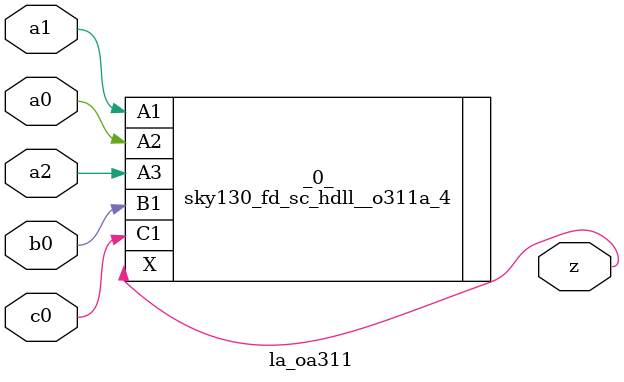
<source format=v>

/* Generated by Yosys 0.37 (git sha1 a5c7f69ed, clang 14.0.0-1ubuntu1.1 -fPIC -Os) */

module la_oa311(a0, a1, a2, b0, c0, z);
  input a0;
  wire a0;
  input a1;
  wire a1;
  input a2;
  wire a2;
  input b0;
  wire b0;
  input c0;
  wire c0;
  output z;
  wire z;
  sky130_fd_sc_hdll__o311a_4 _0_ (
    .A1(a1),
    .A2(a0),
    .A3(a2),
    .B1(b0),
    .C1(c0),
    .X(z)
  );
endmodule

</source>
